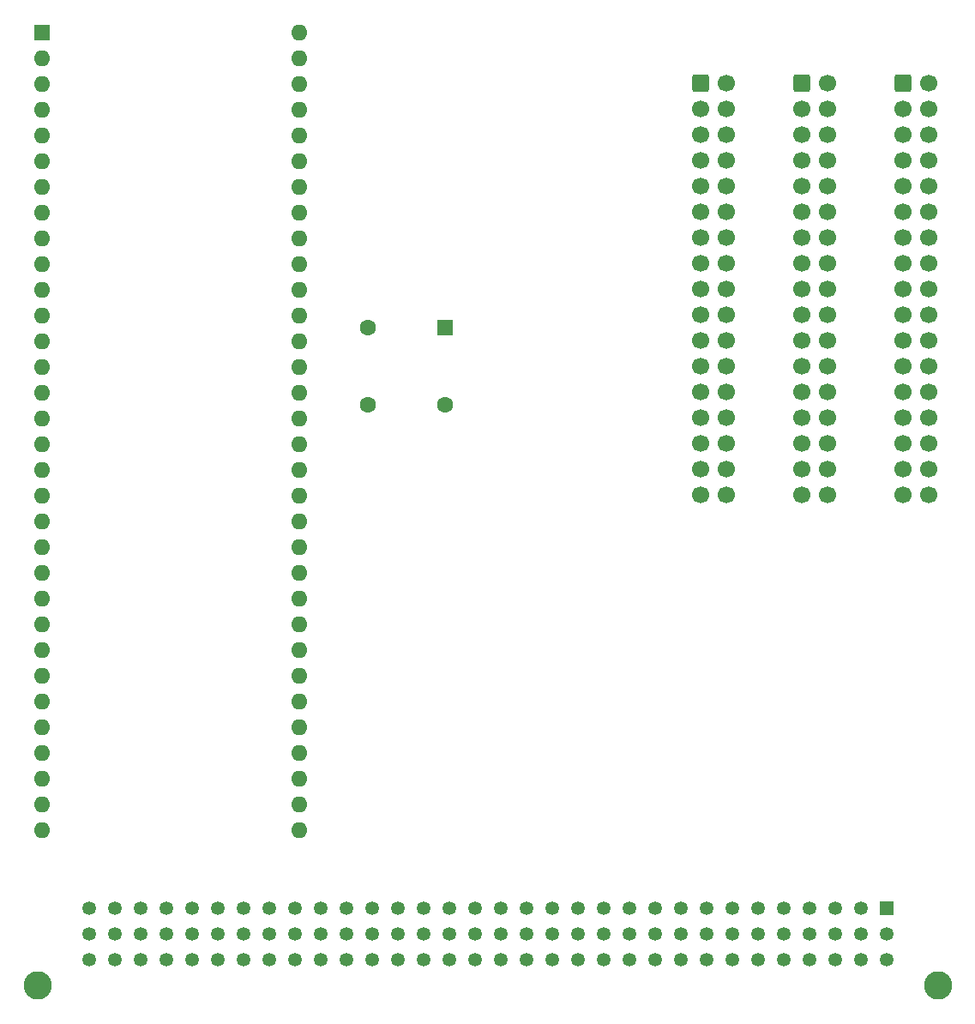
<source format=gbr>
%TF.GenerationSoftware,KiCad,Pcbnew,(6.0.4)*%
%TF.CreationDate,2022-05-02T09:06:27-05:00*%
%TF.ProjectId,cpu_board,6370755f-626f-4617-9264-2e6b69636164,rev?*%
%TF.SameCoordinates,Original*%
%TF.FileFunction,Soldermask,Bot*%
%TF.FilePolarity,Negative*%
%FSLAX46Y46*%
G04 Gerber Fmt 4.6, Leading zero omitted, Abs format (unit mm)*
G04 Created by KiCad (PCBNEW (6.0.4)) date 2022-05-02 09:06:27*
%MOMM*%
%LPD*%
G01*
G04 APERTURE LIST*
G04 Aperture macros list*
%AMRoundRect*
0 Rectangle with rounded corners*
0 $1 Rounding radius*
0 $2 $3 $4 $5 $6 $7 $8 $9 X,Y pos of 4 corners*
0 Add a 4 corners polygon primitive as box body*
4,1,4,$2,$3,$4,$5,$6,$7,$8,$9,$2,$3,0*
0 Add four circle primitives for the rounded corners*
1,1,$1+$1,$2,$3*
1,1,$1+$1,$4,$5*
1,1,$1+$1,$6,$7*
1,1,$1+$1,$8,$9*
0 Add four rect primitives between the rounded corners*
20,1,$1+$1,$2,$3,$4,$5,0*
20,1,$1+$1,$4,$5,$6,$7,0*
20,1,$1+$1,$6,$7,$8,$9,0*
20,1,$1+$1,$8,$9,$2,$3,0*%
G04 Aperture macros list end*
%ADD10R,1.600000X1.600000*%
%ADD11C,1.600000*%
%ADD12RoundRect,0.250000X-0.600000X-0.600000X0.600000X-0.600000X0.600000X0.600000X-0.600000X0.600000X0*%
%ADD13C,1.700000*%
%ADD14C,2.790000*%
%ADD15R,1.350000X1.350000*%
%ADD16C,1.350000*%
%ADD17O,1.600000X1.600000*%
G04 APERTURE END LIST*
D10*
%TO.C,X1*%
X67810000Y-75190000D03*
D11*
X60190000Y-75190000D03*
X60190000Y-82810000D03*
X67810000Y-82810000D03*
%TD*%
D12*
%TO.C,J2*%
X93000000Y-51000000D03*
D13*
X95540000Y-51000000D03*
X93000000Y-53540000D03*
X95540000Y-53540000D03*
X93000000Y-56080000D03*
X95540000Y-56080000D03*
X93000000Y-58620000D03*
X95540000Y-58620000D03*
X93000000Y-61160000D03*
X95540000Y-61160000D03*
X93000000Y-63700000D03*
X95540000Y-63700000D03*
X93000000Y-66240000D03*
X95540000Y-66240000D03*
X93000000Y-68780000D03*
X95540000Y-68780000D03*
X93000000Y-71320000D03*
X95540000Y-71320000D03*
X93000000Y-73860000D03*
X95540000Y-73860000D03*
X93000000Y-76400000D03*
X95540000Y-76400000D03*
X93000000Y-78940000D03*
X95540000Y-78940000D03*
X93000000Y-81480000D03*
X95540000Y-81480000D03*
X93000000Y-84020000D03*
X95540000Y-84020000D03*
X93000000Y-86560000D03*
X95540000Y-86560000D03*
X93000000Y-89100000D03*
X95540000Y-89100000D03*
X93000000Y-91640000D03*
X95540000Y-91640000D03*
%TD*%
D14*
%TO.C,J4*%
X27550000Y-140107500D03*
X116450000Y-140107500D03*
D15*
X111370000Y-132487500D03*
D16*
X108830000Y-132487500D03*
X106290000Y-132487500D03*
X103750000Y-132487500D03*
X101210000Y-132487500D03*
X98670000Y-132487500D03*
X96130000Y-132487500D03*
X93590000Y-132487500D03*
X91050000Y-132487500D03*
X88510000Y-132487500D03*
X85970000Y-132487500D03*
X83430000Y-132487500D03*
X80890000Y-132487500D03*
X78350000Y-132487500D03*
X75810000Y-132487500D03*
X73270000Y-132487500D03*
X70730000Y-132487500D03*
X68190000Y-132487500D03*
X65650000Y-132487500D03*
X63110000Y-132487500D03*
X60570000Y-132487500D03*
X58030000Y-132487500D03*
X55490000Y-132487500D03*
X52950000Y-132487500D03*
X50410000Y-132487500D03*
X47870000Y-132487500D03*
X45330000Y-132487500D03*
X42790000Y-132487500D03*
X40250000Y-132487500D03*
X37710000Y-132487500D03*
X35170000Y-132487500D03*
X32630000Y-132487500D03*
X111370000Y-135027500D03*
X108830000Y-135027500D03*
X106290000Y-135027500D03*
X103750000Y-135027500D03*
X101210000Y-135027500D03*
X98670000Y-135027500D03*
X96130000Y-135027500D03*
X93590000Y-135027500D03*
X91050000Y-135027500D03*
X88510000Y-135027500D03*
X85970000Y-135027500D03*
X83430000Y-135027500D03*
X80890000Y-135027500D03*
X78350000Y-135027500D03*
X75810000Y-135027500D03*
X73270000Y-135027500D03*
X70730000Y-135027500D03*
X68190000Y-135027500D03*
X65650000Y-135027500D03*
X63110000Y-135027500D03*
X60570000Y-135027500D03*
X58030000Y-135027500D03*
X55490000Y-135027500D03*
X52950000Y-135027500D03*
X50410000Y-135027500D03*
X47870000Y-135027500D03*
X45330000Y-135027500D03*
X42790000Y-135027500D03*
X40250000Y-135027500D03*
X37710000Y-135027500D03*
X35170000Y-135027500D03*
X32630000Y-135027500D03*
X111370000Y-137567500D03*
X108830000Y-137567500D03*
X106290000Y-137567500D03*
X103750000Y-137567500D03*
X101210000Y-137567500D03*
X98670000Y-137567500D03*
X96130000Y-137567500D03*
X93590000Y-137567500D03*
X91050000Y-137567500D03*
X88510000Y-137567500D03*
X85970000Y-137567500D03*
X83430000Y-137567500D03*
X80890000Y-137567500D03*
X78350000Y-137567500D03*
X75810000Y-137567500D03*
X73270000Y-137567500D03*
X70730000Y-137567500D03*
X68190000Y-137567500D03*
X65650000Y-137567500D03*
X63110000Y-137567500D03*
X60570000Y-137567500D03*
X58030000Y-137567500D03*
X55490000Y-137567500D03*
X52950000Y-137567500D03*
X50410000Y-137567500D03*
X47870000Y-137567500D03*
X45330000Y-137567500D03*
X42790000Y-137567500D03*
X40250000Y-137567500D03*
X37710000Y-137567500D03*
X35170000Y-137567500D03*
X32630000Y-137567500D03*
%TD*%
D10*
%TO.C,U1*%
X28000000Y-46000000D03*
D17*
X28000000Y-48540000D03*
X28000000Y-51080000D03*
X28000000Y-53620000D03*
X28000000Y-56160000D03*
X28000000Y-58700000D03*
X28000000Y-61240000D03*
X28000000Y-63780000D03*
X28000000Y-66320000D03*
X28000000Y-68860000D03*
X28000000Y-71400000D03*
X28000000Y-73940000D03*
X28000000Y-76480000D03*
X28000000Y-79020000D03*
X28000000Y-81560000D03*
X28000000Y-84100000D03*
X28000000Y-86640000D03*
X28000000Y-89180000D03*
X28000000Y-91720000D03*
X28000000Y-94260000D03*
X28000000Y-96800000D03*
X28000000Y-99340000D03*
X28000000Y-101880000D03*
X28000000Y-104420000D03*
X28000000Y-106960000D03*
X28000000Y-109500000D03*
X28000000Y-112040000D03*
X28000000Y-114580000D03*
X28000000Y-117120000D03*
X28000000Y-119660000D03*
X28000000Y-122200000D03*
X28000000Y-124740000D03*
X53400000Y-124740000D03*
X53400000Y-122200000D03*
X53400000Y-119660000D03*
X53400000Y-117120000D03*
X53400000Y-114580000D03*
X53400000Y-112040000D03*
X53400000Y-109500000D03*
X53400000Y-106960000D03*
X53400000Y-104420000D03*
X53400000Y-101880000D03*
X53400000Y-99340000D03*
X53400000Y-96800000D03*
X53400000Y-94260000D03*
X53400000Y-91720000D03*
X53400000Y-89180000D03*
X53400000Y-86640000D03*
X53400000Y-84100000D03*
X53400000Y-81560000D03*
X53400000Y-79020000D03*
X53400000Y-76480000D03*
X53400000Y-73940000D03*
X53400000Y-71400000D03*
X53400000Y-68860000D03*
X53400000Y-66320000D03*
X53400000Y-63780000D03*
X53400000Y-61240000D03*
X53400000Y-58700000D03*
X53400000Y-56160000D03*
X53400000Y-53620000D03*
X53400000Y-51080000D03*
X53400000Y-48540000D03*
X53400000Y-46000000D03*
%TD*%
D12*
%TO.C,J1*%
X103000000Y-51000000D03*
D13*
X105540000Y-51000000D03*
X103000000Y-53540000D03*
X105540000Y-53540000D03*
X103000000Y-56080000D03*
X105540000Y-56080000D03*
X103000000Y-58620000D03*
X105540000Y-58620000D03*
X103000000Y-61160000D03*
X105540000Y-61160000D03*
X103000000Y-63700000D03*
X105540000Y-63700000D03*
X103000000Y-66240000D03*
X105540000Y-66240000D03*
X103000000Y-68780000D03*
X105540000Y-68780000D03*
X103000000Y-71320000D03*
X105540000Y-71320000D03*
X103000000Y-73860000D03*
X105540000Y-73860000D03*
X103000000Y-76400000D03*
X105540000Y-76400000D03*
X103000000Y-78940000D03*
X105540000Y-78940000D03*
X103000000Y-81480000D03*
X105540000Y-81480000D03*
X103000000Y-84020000D03*
X105540000Y-84020000D03*
X103000000Y-86560000D03*
X105540000Y-86560000D03*
X103000000Y-89100000D03*
X105540000Y-89100000D03*
X103000000Y-91640000D03*
X105540000Y-91640000D03*
%TD*%
D12*
%TO.C,J3*%
X113000000Y-51000000D03*
D13*
X115540000Y-51000000D03*
X113000000Y-53540000D03*
X115540000Y-53540000D03*
X113000000Y-56080000D03*
X115540000Y-56080000D03*
X113000000Y-58620000D03*
X115540000Y-58620000D03*
X113000000Y-61160000D03*
X115540000Y-61160000D03*
X113000000Y-63700000D03*
X115540000Y-63700000D03*
X113000000Y-66240000D03*
X115540000Y-66240000D03*
X113000000Y-68780000D03*
X115540000Y-68780000D03*
X113000000Y-71320000D03*
X115540000Y-71320000D03*
X113000000Y-73860000D03*
X115540000Y-73860000D03*
X113000000Y-76400000D03*
X115540000Y-76400000D03*
X113000000Y-78940000D03*
X115540000Y-78940000D03*
X113000000Y-81480000D03*
X115540000Y-81480000D03*
X113000000Y-84020000D03*
X115540000Y-84020000D03*
X113000000Y-86560000D03*
X115540000Y-86560000D03*
X113000000Y-89100000D03*
X115540000Y-89100000D03*
X113000000Y-91640000D03*
X115540000Y-91640000D03*
%TD*%
M02*

</source>
